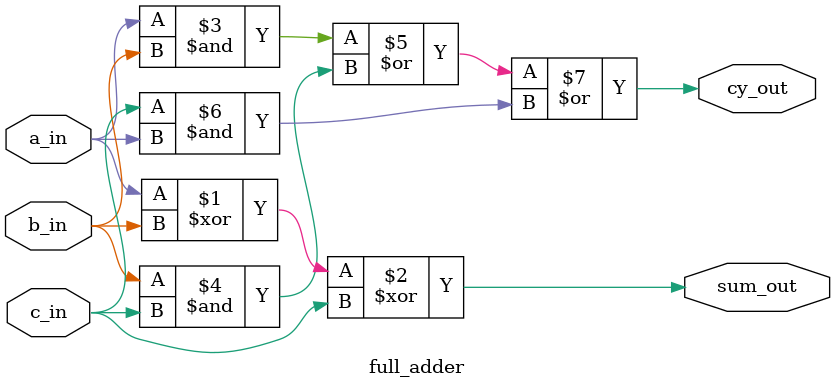
<source format=v>
`timescale 1ns / 1ps
module full_adder(
    input a_in, b_in, c_in,
    output sum_out, cy_out
    );
    assign sum_out = a_in ^ b_in ^ c_in;
    assign cy_out = ((a_in & b_in) | (b_in & c_in) | (c_in & a_in));
endmodule

</source>
